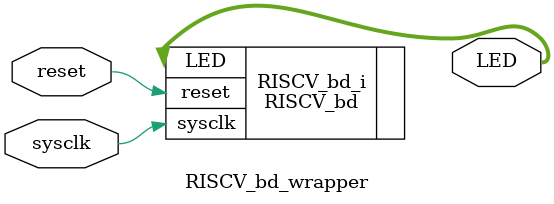
<source format=v>
`timescale 1 ps / 1 ps

module RISCV_bd_wrapper
   (LED,
    reset,
    sysclk);
  output [2:0]LED;
  input reset;
  input sysclk;

  wire [2:0]LED;
  wire reset;
  wire sysclk;

  RISCV_bd RISCV_bd_i
       (.LED(LED),
        .reset(reset),
        .sysclk(sysclk));
endmodule

</source>
